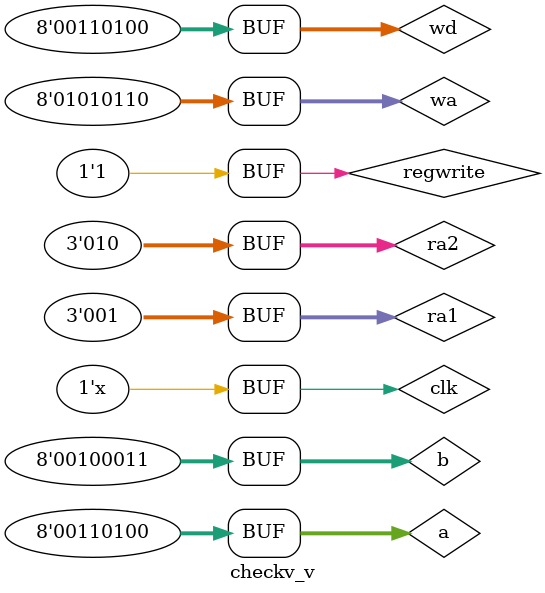
<source format=v>
`timescale 1ns / 1ps


module checkv_v;

	// Inputs
	reg clk;
	reg regwrite;
	reg [7:0] a;
	reg [7:0] b;
	reg [2:0] ra1;
	reg [2:0] ra2;
	reg [7:0] wa;
	reg [7:0] wd;

	// Outputs
	wire [7:0] rd1;
	wire [7:0] rd2;
	wire [7:0] regDst;

	// Instantiate the Unit Under Test (UUT)
	regd uut (
		.clk(clk), 
		.regwrite(regwrite), 
		.a(a), 
		.b(b), 
		.ra1(ra1), 
		.ra2(ra2), 
		.wa(wa), 
		.wd(wd), 
		.rd1(rd1), 
		.rd2(rd2), 
		.regDst(regDst)
	);
always begin
#5
clk=~clk;
end
	initial begin
		// Initialize Inputs
		clk = 0;
		regwrite = 0;
		a = 8'h34;
		b = 8'h23;
		ra1 = 3'h1;
		ra2 = 3'h2;
		wa = 8'h56;
		wd = 8'h34;

		// Wait 100 ns for global reset to finish
		#10;
		regwrite=1;
		
        
		// Add stimulus here

	end
      
endmodule


</source>
